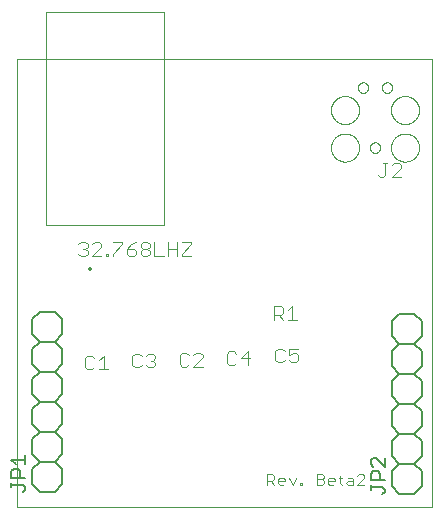
<source format=gto>
G75*
%MOIN*%
%OFA0B0*%
%FSLAX25Y25*%
%IPPOS*%
%LPD*%
%AMOC8*
5,1,8,0,0,1.08239X$1,22.5*
%
%ADD10C,0.00000*%
%ADD11C,0.00300*%
%ADD12C,0.00400*%
%ADD13C,0.00600*%
%ADD14C,0.00500*%
%ADD15C,0.00197*%
%ADD16C,0.01378*%
D10*
X0004867Y0001000D02*
X0004867Y0150331D01*
X0143095Y0150331D01*
X0143095Y0001000D01*
X0004867Y0001000D01*
X0109483Y0120685D02*
X0109485Y0120822D01*
X0109491Y0120958D01*
X0109501Y0121094D01*
X0109515Y0121230D01*
X0109533Y0121366D01*
X0109555Y0121501D01*
X0109580Y0121635D01*
X0109610Y0121768D01*
X0109644Y0121900D01*
X0109681Y0122032D01*
X0109722Y0122162D01*
X0109768Y0122291D01*
X0109816Y0122419D01*
X0109869Y0122545D01*
X0109925Y0122669D01*
X0109985Y0122792D01*
X0110048Y0122913D01*
X0110115Y0123032D01*
X0110185Y0123149D01*
X0110259Y0123265D01*
X0110336Y0123377D01*
X0110416Y0123488D01*
X0110500Y0123596D01*
X0110587Y0123702D01*
X0110676Y0123805D01*
X0110769Y0123905D01*
X0110864Y0124003D01*
X0110963Y0124098D01*
X0111064Y0124190D01*
X0111168Y0124278D01*
X0111274Y0124364D01*
X0111383Y0124447D01*
X0111494Y0124526D01*
X0111607Y0124603D01*
X0111723Y0124676D01*
X0111840Y0124745D01*
X0111960Y0124811D01*
X0112081Y0124873D01*
X0112205Y0124932D01*
X0112330Y0124988D01*
X0112456Y0125039D01*
X0112584Y0125087D01*
X0112713Y0125131D01*
X0112844Y0125172D01*
X0112976Y0125208D01*
X0113108Y0125241D01*
X0113242Y0125269D01*
X0113376Y0125294D01*
X0113511Y0125315D01*
X0113647Y0125332D01*
X0113783Y0125345D01*
X0113919Y0125354D01*
X0114056Y0125359D01*
X0114192Y0125360D01*
X0114329Y0125357D01*
X0114465Y0125350D01*
X0114601Y0125339D01*
X0114737Y0125324D01*
X0114872Y0125305D01*
X0115007Y0125282D01*
X0115141Y0125255D01*
X0115274Y0125225D01*
X0115406Y0125190D01*
X0115538Y0125152D01*
X0115667Y0125110D01*
X0115796Y0125064D01*
X0115923Y0125014D01*
X0116049Y0124960D01*
X0116173Y0124903D01*
X0116296Y0124843D01*
X0116416Y0124778D01*
X0116535Y0124711D01*
X0116651Y0124640D01*
X0116766Y0124565D01*
X0116878Y0124487D01*
X0116988Y0124406D01*
X0117096Y0124322D01*
X0117201Y0124234D01*
X0117303Y0124144D01*
X0117403Y0124051D01*
X0117500Y0123954D01*
X0117594Y0123855D01*
X0117685Y0123754D01*
X0117773Y0123649D01*
X0117858Y0123542D01*
X0117940Y0123433D01*
X0118019Y0123321D01*
X0118094Y0123207D01*
X0118166Y0123091D01*
X0118235Y0122973D01*
X0118300Y0122853D01*
X0118362Y0122731D01*
X0118420Y0122607D01*
X0118474Y0122482D01*
X0118525Y0122355D01*
X0118571Y0122227D01*
X0118615Y0122097D01*
X0118654Y0121966D01*
X0118690Y0121834D01*
X0118721Y0121701D01*
X0118749Y0121568D01*
X0118773Y0121433D01*
X0118793Y0121298D01*
X0118809Y0121162D01*
X0118821Y0121026D01*
X0118829Y0120890D01*
X0118833Y0120753D01*
X0118833Y0120617D01*
X0118829Y0120480D01*
X0118821Y0120344D01*
X0118809Y0120208D01*
X0118793Y0120072D01*
X0118773Y0119937D01*
X0118749Y0119802D01*
X0118721Y0119669D01*
X0118690Y0119536D01*
X0118654Y0119404D01*
X0118615Y0119273D01*
X0118571Y0119143D01*
X0118525Y0119015D01*
X0118474Y0118888D01*
X0118420Y0118763D01*
X0118362Y0118639D01*
X0118300Y0118517D01*
X0118235Y0118397D01*
X0118166Y0118279D01*
X0118094Y0118163D01*
X0118019Y0118049D01*
X0117940Y0117937D01*
X0117858Y0117828D01*
X0117773Y0117721D01*
X0117685Y0117616D01*
X0117594Y0117515D01*
X0117500Y0117416D01*
X0117403Y0117319D01*
X0117303Y0117226D01*
X0117201Y0117136D01*
X0117096Y0117048D01*
X0116988Y0116964D01*
X0116878Y0116883D01*
X0116766Y0116805D01*
X0116651Y0116730D01*
X0116535Y0116659D01*
X0116416Y0116592D01*
X0116296Y0116527D01*
X0116173Y0116467D01*
X0116049Y0116410D01*
X0115923Y0116356D01*
X0115796Y0116306D01*
X0115667Y0116260D01*
X0115538Y0116218D01*
X0115406Y0116180D01*
X0115274Y0116145D01*
X0115141Y0116115D01*
X0115007Y0116088D01*
X0114872Y0116065D01*
X0114737Y0116046D01*
X0114601Y0116031D01*
X0114465Y0116020D01*
X0114329Y0116013D01*
X0114192Y0116010D01*
X0114056Y0116011D01*
X0113919Y0116016D01*
X0113783Y0116025D01*
X0113647Y0116038D01*
X0113511Y0116055D01*
X0113376Y0116076D01*
X0113242Y0116101D01*
X0113108Y0116129D01*
X0112976Y0116162D01*
X0112844Y0116198D01*
X0112713Y0116239D01*
X0112584Y0116283D01*
X0112456Y0116331D01*
X0112330Y0116382D01*
X0112205Y0116438D01*
X0112081Y0116497D01*
X0111960Y0116559D01*
X0111840Y0116625D01*
X0111723Y0116694D01*
X0111607Y0116767D01*
X0111494Y0116844D01*
X0111383Y0116923D01*
X0111274Y0117006D01*
X0111168Y0117092D01*
X0111064Y0117180D01*
X0110963Y0117272D01*
X0110864Y0117367D01*
X0110769Y0117465D01*
X0110676Y0117565D01*
X0110587Y0117668D01*
X0110500Y0117774D01*
X0110416Y0117882D01*
X0110336Y0117993D01*
X0110259Y0118105D01*
X0110185Y0118221D01*
X0110115Y0118338D01*
X0110048Y0118457D01*
X0109985Y0118578D01*
X0109925Y0118701D01*
X0109869Y0118825D01*
X0109816Y0118951D01*
X0109768Y0119079D01*
X0109722Y0119208D01*
X0109681Y0119338D01*
X0109644Y0119470D01*
X0109610Y0119602D01*
X0109580Y0119735D01*
X0109555Y0119869D01*
X0109533Y0120004D01*
X0109515Y0120140D01*
X0109501Y0120276D01*
X0109491Y0120412D01*
X0109485Y0120548D01*
X0109483Y0120685D01*
X0109483Y0133185D02*
X0109485Y0133322D01*
X0109491Y0133458D01*
X0109501Y0133594D01*
X0109515Y0133730D01*
X0109533Y0133866D01*
X0109555Y0134001D01*
X0109580Y0134135D01*
X0109610Y0134268D01*
X0109644Y0134400D01*
X0109681Y0134532D01*
X0109722Y0134662D01*
X0109768Y0134791D01*
X0109816Y0134919D01*
X0109869Y0135045D01*
X0109925Y0135169D01*
X0109985Y0135292D01*
X0110048Y0135413D01*
X0110115Y0135532D01*
X0110185Y0135649D01*
X0110259Y0135765D01*
X0110336Y0135877D01*
X0110416Y0135988D01*
X0110500Y0136096D01*
X0110587Y0136202D01*
X0110676Y0136305D01*
X0110769Y0136405D01*
X0110864Y0136503D01*
X0110963Y0136598D01*
X0111064Y0136690D01*
X0111168Y0136778D01*
X0111274Y0136864D01*
X0111383Y0136947D01*
X0111494Y0137026D01*
X0111607Y0137103D01*
X0111723Y0137176D01*
X0111840Y0137245D01*
X0111960Y0137311D01*
X0112081Y0137373D01*
X0112205Y0137432D01*
X0112330Y0137488D01*
X0112456Y0137539D01*
X0112584Y0137587D01*
X0112713Y0137631D01*
X0112844Y0137672D01*
X0112976Y0137708D01*
X0113108Y0137741D01*
X0113242Y0137769D01*
X0113376Y0137794D01*
X0113511Y0137815D01*
X0113647Y0137832D01*
X0113783Y0137845D01*
X0113919Y0137854D01*
X0114056Y0137859D01*
X0114192Y0137860D01*
X0114329Y0137857D01*
X0114465Y0137850D01*
X0114601Y0137839D01*
X0114737Y0137824D01*
X0114872Y0137805D01*
X0115007Y0137782D01*
X0115141Y0137755D01*
X0115274Y0137725D01*
X0115406Y0137690D01*
X0115538Y0137652D01*
X0115667Y0137610D01*
X0115796Y0137564D01*
X0115923Y0137514D01*
X0116049Y0137460D01*
X0116173Y0137403D01*
X0116296Y0137343D01*
X0116416Y0137278D01*
X0116535Y0137211D01*
X0116651Y0137140D01*
X0116766Y0137065D01*
X0116878Y0136987D01*
X0116988Y0136906D01*
X0117096Y0136822D01*
X0117201Y0136734D01*
X0117303Y0136644D01*
X0117403Y0136551D01*
X0117500Y0136454D01*
X0117594Y0136355D01*
X0117685Y0136254D01*
X0117773Y0136149D01*
X0117858Y0136042D01*
X0117940Y0135933D01*
X0118019Y0135821D01*
X0118094Y0135707D01*
X0118166Y0135591D01*
X0118235Y0135473D01*
X0118300Y0135353D01*
X0118362Y0135231D01*
X0118420Y0135107D01*
X0118474Y0134982D01*
X0118525Y0134855D01*
X0118571Y0134727D01*
X0118615Y0134597D01*
X0118654Y0134466D01*
X0118690Y0134334D01*
X0118721Y0134201D01*
X0118749Y0134068D01*
X0118773Y0133933D01*
X0118793Y0133798D01*
X0118809Y0133662D01*
X0118821Y0133526D01*
X0118829Y0133390D01*
X0118833Y0133253D01*
X0118833Y0133117D01*
X0118829Y0132980D01*
X0118821Y0132844D01*
X0118809Y0132708D01*
X0118793Y0132572D01*
X0118773Y0132437D01*
X0118749Y0132302D01*
X0118721Y0132169D01*
X0118690Y0132036D01*
X0118654Y0131904D01*
X0118615Y0131773D01*
X0118571Y0131643D01*
X0118525Y0131515D01*
X0118474Y0131388D01*
X0118420Y0131263D01*
X0118362Y0131139D01*
X0118300Y0131017D01*
X0118235Y0130897D01*
X0118166Y0130779D01*
X0118094Y0130663D01*
X0118019Y0130549D01*
X0117940Y0130437D01*
X0117858Y0130328D01*
X0117773Y0130221D01*
X0117685Y0130116D01*
X0117594Y0130015D01*
X0117500Y0129916D01*
X0117403Y0129819D01*
X0117303Y0129726D01*
X0117201Y0129636D01*
X0117096Y0129548D01*
X0116988Y0129464D01*
X0116878Y0129383D01*
X0116766Y0129305D01*
X0116651Y0129230D01*
X0116535Y0129159D01*
X0116416Y0129092D01*
X0116296Y0129027D01*
X0116173Y0128967D01*
X0116049Y0128910D01*
X0115923Y0128856D01*
X0115796Y0128806D01*
X0115667Y0128760D01*
X0115538Y0128718D01*
X0115406Y0128680D01*
X0115274Y0128645D01*
X0115141Y0128615D01*
X0115007Y0128588D01*
X0114872Y0128565D01*
X0114737Y0128546D01*
X0114601Y0128531D01*
X0114465Y0128520D01*
X0114329Y0128513D01*
X0114192Y0128510D01*
X0114056Y0128511D01*
X0113919Y0128516D01*
X0113783Y0128525D01*
X0113647Y0128538D01*
X0113511Y0128555D01*
X0113376Y0128576D01*
X0113242Y0128601D01*
X0113108Y0128629D01*
X0112976Y0128662D01*
X0112844Y0128698D01*
X0112713Y0128739D01*
X0112584Y0128783D01*
X0112456Y0128831D01*
X0112330Y0128882D01*
X0112205Y0128938D01*
X0112081Y0128997D01*
X0111960Y0129059D01*
X0111840Y0129125D01*
X0111723Y0129194D01*
X0111607Y0129267D01*
X0111494Y0129344D01*
X0111383Y0129423D01*
X0111274Y0129506D01*
X0111168Y0129592D01*
X0111064Y0129680D01*
X0110963Y0129772D01*
X0110864Y0129867D01*
X0110769Y0129965D01*
X0110676Y0130065D01*
X0110587Y0130168D01*
X0110500Y0130274D01*
X0110416Y0130382D01*
X0110336Y0130493D01*
X0110259Y0130605D01*
X0110185Y0130721D01*
X0110115Y0130838D01*
X0110048Y0130957D01*
X0109985Y0131078D01*
X0109925Y0131201D01*
X0109869Y0131325D01*
X0109816Y0131451D01*
X0109768Y0131579D01*
X0109722Y0131708D01*
X0109681Y0131838D01*
X0109644Y0131970D01*
X0109610Y0132102D01*
X0109580Y0132235D01*
X0109555Y0132369D01*
X0109533Y0132504D01*
X0109515Y0132640D01*
X0109501Y0132776D01*
X0109491Y0132912D01*
X0109485Y0133048D01*
X0109483Y0133185D01*
X0118408Y0140685D02*
X0118410Y0140768D01*
X0118416Y0140851D01*
X0118426Y0140934D01*
X0118440Y0141016D01*
X0118457Y0141098D01*
X0118479Y0141178D01*
X0118504Y0141257D01*
X0118533Y0141335D01*
X0118566Y0141412D01*
X0118603Y0141487D01*
X0118642Y0141560D01*
X0118686Y0141631D01*
X0118732Y0141700D01*
X0118782Y0141767D01*
X0118835Y0141831D01*
X0118891Y0141893D01*
X0118950Y0141952D01*
X0119012Y0142008D01*
X0119076Y0142061D01*
X0119143Y0142111D01*
X0119212Y0142157D01*
X0119283Y0142201D01*
X0119356Y0142240D01*
X0119431Y0142277D01*
X0119508Y0142310D01*
X0119586Y0142339D01*
X0119665Y0142364D01*
X0119745Y0142386D01*
X0119827Y0142403D01*
X0119909Y0142417D01*
X0119992Y0142427D01*
X0120075Y0142433D01*
X0120158Y0142435D01*
X0120241Y0142433D01*
X0120324Y0142427D01*
X0120407Y0142417D01*
X0120489Y0142403D01*
X0120571Y0142386D01*
X0120651Y0142364D01*
X0120730Y0142339D01*
X0120808Y0142310D01*
X0120885Y0142277D01*
X0120960Y0142240D01*
X0121033Y0142201D01*
X0121104Y0142157D01*
X0121173Y0142111D01*
X0121240Y0142061D01*
X0121304Y0142008D01*
X0121366Y0141952D01*
X0121425Y0141893D01*
X0121481Y0141831D01*
X0121534Y0141767D01*
X0121584Y0141700D01*
X0121630Y0141631D01*
X0121674Y0141560D01*
X0121713Y0141487D01*
X0121750Y0141412D01*
X0121783Y0141335D01*
X0121812Y0141257D01*
X0121837Y0141178D01*
X0121859Y0141098D01*
X0121876Y0141016D01*
X0121890Y0140934D01*
X0121900Y0140851D01*
X0121906Y0140768D01*
X0121908Y0140685D01*
X0121906Y0140602D01*
X0121900Y0140519D01*
X0121890Y0140436D01*
X0121876Y0140354D01*
X0121859Y0140272D01*
X0121837Y0140192D01*
X0121812Y0140113D01*
X0121783Y0140035D01*
X0121750Y0139958D01*
X0121713Y0139883D01*
X0121674Y0139810D01*
X0121630Y0139739D01*
X0121584Y0139670D01*
X0121534Y0139603D01*
X0121481Y0139539D01*
X0121425Y0139477D01*
X0121366Y0139418D01*
X0121304Y0139362D01*
X0121240Y0139309D01*
X0121173Y0139259D01*
X0121104Y0139213D01*
X0121033Y0139169D01*
X0120960Y0139130D01*
X0120885Y0139093D01*
X0120808Y0139060D01*
X0120730Y0139031D01*
X0120651Y0139006D01*
X0120571Y0138984D01*
X0120489Y0138967D01*
X0120407Y0138953D01*
X0120324Y0138943D01*
X0120241Y0138937D01*
X0120158Y0138935D01*
X0120075Y0138937D01*
X0119992Y0138943D01*
X0119909Y0138953D01*
X0119827Y0138967D01*
X0119745Y0138984D01*
X0119665Y0139006D01*
X0119586Y0139031D01*
X0119508Y0139060D01*
X0119431Y0139093D01*
X0119356Y0139130D01*
X0119283Y0139169D01*
X0119212Y0139213D01*
X0119143Y0139259D01*
X0119076Y0139309D01*
X0119012Y0139362D01*
X0118950Y0139418D01*
X0118891Y0139477D01*
X0118835Y0139539D01*
X0118782Y0139603D01*
X0118732Y0139670D01*
X0118686Y0139739D01*
X0118642Y0139810D01*
X0118603Y0139883D01*
X0118566Y0139958D01*
X0118533Y0140035D01*
X0118504Y0140113D01*
X0118479Y0140192D01*
X0118457Y0140272D01*
X0118440Y0140354D01*
X0118426Y0140436D01*
X0118416Y0140519D01*
X0118410Y0140602D01*
X0118408Y0140685D01*
X0126408Y0140685D02*
X0126410Y0140768D01*
X0126416Y0140851D01*
X0126426Y0140934D01*
X0126440Y0141016D01*
X0126457Y0141098D01*
X0126479Y0141178D01*
X0126504Y0141257D01*
X0126533Y0141335D01*
X0126566Y0141412D01*
X0126603Y0141487D01*
X0126642Y0141560D01*
X0126686Y0141631D01*
X0126732Y0141700D01*
X0126782Y0141767D01*
X0126835Y0141831D01*
X0126891Y0141893D01*
X0126950Y0141952D01*
X0127012Y0142008D01*
X0127076Y0142061D01*
X0127143Y0142111D01*
X0127212Y0142157D01*
X0127283Y0142201D01*
X0127356Y0142240D01*
X0127431Y0142277D01*
X0127508Y0142310D01*
X0127586Y0142339D01*
X0127665Y0142364D01*
X0127745Y0142386D01*
X0127827Y0142403D01*
X0127909Y0142417D01*
X0127992Y0142427D01*
X0128075Y0142433D01*
X0128158Y0142435D01*
X0128241Y0142433D01*
X0128324Y0142427D01*
X0128407Y0142417D01*
X0128489Y0142403D01*
X0128571Y0142386D01*
X0128651Y0142364D01*
X0128730Y0142339D01*
X0128808Y0142310D01*
X0128885Y0142277D01*
X0128960Y0142240D01*
X0129033Y0142201D01*
X0129104Y0142157D01*
X0129173Y0142111D01*
X0129240Y0142061D01*
X0129304Y0142008D01*
X0129366Y0141952D01*
X0129425Y0141893D01*
X0129481Y0141831D01*
X0129534Y0141767D01*
X0129584Y0141700D01*
X0129630Y0141631D01*
X0129674Y0141560D01*
X0129713Y0141487D01*
X0129750Y0141412D01*
X0129783Y0141335D01*
X0129812Y0141257D01*
X0129837Y0141178D01*
X0129859Y0141098D01*
X0129876Y0141016D01*
X0129890Y0140934D01*
X0129900Y0140851D01*
X0129906Y0140768D01*
X0129908Y0140685D01*
X0129906Y0140602D01*
X0129900Y0140519D01*
X0129890Y0140436D01*
X0129876Y0140354D01*
X0129859Y0140272D01*
X0129837Y0140192D01*
X0129812Y0140113D01*
X0129783Y0140035D01*
X0129750Y0139958D01*
X0129713Y0139883D01*
X0129674Y0139810D01*
X0129630Y0139739D01*
X0129584Y0139670D01*
X0129534Y0139603D01*
X0129481Y0139539D01*
X0129425Y0139477D01*
X0129366Y0139418D01*
X0129304Y0139362D01*
X0129240Y0139309D01*
X0129173Y0139259D01*
X0129104Y0139213D01*
X0129033Y0139169D01*
X0128960Y0139130D01*
X0128885Y0139093D01*
X0128808Y0139060D01*
X0128730Y0139031D01*
X0128651Y0139006D01*
X0128571Y0138984D01*
X0128489Y0138967D01*
X0128407Y0138953D01*
X0128324Y0138943D01*
X0128241Y0138937D01*
X0128158Y0138935D01*
X0128075Y0138937D01*
X0127992Y0138943D01*
X0127909Y0138953D01*
X0127827Y0138967D01*
X0127745Y0138984D01*
X0127665Y0139006D01*
X0127586Y0139031D01*
X0127508Y0139060D01*
X0127431Y0139093D01*
X0127356Y0139130D01*
X0127283Y0139169D01*
X0127212Y0139213D01*
X0127143Y0139259D01*
X0127076Y0139309D01*
X0127012Y0139362D01*
X0126950Y0139418D01*
X0126891Y0139477D01*
X0126835Y0139539D01*
X0126782Y0139603D01*
X0126732Y0139670D01*
X0126686Y0139739D01*
X0126642Y0139810D01*
X0126603Y0139883D01*
X0126566Y0139958D01*
X0126533Y0140035D01*
X0126504Y0140113D01*
X0126479Y0140192D01*
X0126457Y0140272D01*
X0126440Y0140354D01*
X0126426Y0140436D01*
X0126416Y0140519D01*
X0126410Y0140602D01*
X0126408Y0140685D01*
X0129483Y0133185D02*
X0129485Y0133322D01*
X0129491Y0133458D01*
X0129501Y0133594D01*
X0129515Y0133730D01*
X0129533Y0133866D01*
X0129555Y0134001D01*
X0129580Y0134135D01*
X0129610Y0134268D01*
X0129644Y0134400D01*
X0129681Y0134532D01*
X0129722Y0134662D01*
X0129768Y0134791D01*
X0129816Y0134919D01*
X0129869Y0135045D01*
X0129925Y0135169D01*
X0129985Y0135292D01*
X0130048Y0135413D01*
X0130115Y0135532D01*
X0130185Y0135649D01*
X0130259Y0135765D01*
X0130336Y0135877D01*
X0130416Y0135988D01*
X0130500Y0136096D01*
X0130587Y0136202D01*
X0130676Y0136305D01*
X0130769Y0136405D01*
X0130864Y0136503D01*
X0130963Y0136598D01*
X0131064Y0136690D01*
X0131168Y0136778D01*
X0131274Y0136864D01*
X0131383Y0136947D01*
X0131494Y0137026D01*
X0131607Y0137103D01*
X0131723Y0137176D01*
X0131840Y0137245D01*
X0131960Y0137311D01*
X0132081Y0137373D01*
X0132205Y0137432D01*
X0132330Y0137488D01*
X0132456Y0137539D01*
X0132584Y0137587D01*
X0132713Y0137631D01*
X0132844Y0137672D01*
X0132976Y0137708D01*
X0133108Y0137741D01*
X0133242Y0137769D01*
X0133376Y0137794D01*
X0133511Y0137815D01*
X0133647Y0137832D01*
X0133783Y0137845D01*
X0133919Y0137854D01*
X0134056Y0137859D01*
X0134192Y0137860D01*
X0134329Y0137857D01*
X0134465Y0137850D01*
X0134601Y0137839D01*
X0134737Y0137824D01*
X0134872Y0137805D01*
X0135007Y0137782D01*
X0135141Y0137755D01*
X0135274Y0137725D01*
X0135406Y0137690D01*
X0135538Y0137652D01*
X0135667Y0137610D01*
X0135796Y0137564D01*
X0135923Y0137514D01*
X0136049Y0137460D01*
X0136173Y0137403D01*
X0136296Y0137343D01*
X0136416Y0137278D01*
X0136535Y0137211D01*
X0136651Y0137140D01*
X0136766Y0137065D01*
X0136878Y0136987D01*
X0136988Y0136906D01*
X0137096Y0136822D01*
X0137201Y0136734D01*
X0137303Y0136644D01*
X0137403Y0136551D01*
X0137500Y0136454D01*
X0137594Y0136355D01*
X0137685Y0136254D01*
X0137773Y0136149D01*
X0137858Y0136042D01*
X0137940Y0135933D01*
X0138019Y0135821D01*
X0138094Y0135707D01*
X0138166Y0135591D01*
X0138235Y0135473D01*
X0138300Y0135353D01*
X0138362Y0135231D01*
X0138420Y0135107D01*
X0138474Y0134982D01*
X0138525Y0134855D01*
X0138571Y0134727D01*
X0138615Y0134597D01*
X0138654Y0134466D01*
X0138690Y0134334D01*
X0138721Y0134201D01*
X0138749Y0134068D01*
X0138773Y0133933D01*
X0138793Y0133798D01*
X0138809Y0133662D01*
X0138821Y0133526D01*
X0138829Y0133390D01*
X0138833Y0133253D01*
X0138833Y0133117D01*
X0138829Y0132980D01*
X0138821Y0132844D01*
X0138809Y0132708D01*
X0138793Y0132572D01*
X0138773Y0132437D01*
X0138749Y0132302D01*
X0138721Y0132169D01*
X0138690Y0132036D01*
X0138654Y0131904D01*
X0138615Y0131773D01*
X0138571Y0131643D01*
X0138525Y0131515D01*
X0138474Y0131388D01*
X0138420Y0131263D01*
X0138362Y0131139D01*
X0138300Y0131017D01*
X0138235Y0130897D01*
X0138166Y0130779D01*
X0138094Y0130663D01*
X0138019Y0130549D01*
X0137940Y0130437D01*
X0137858Y0130328D01*
X0137773Y0130221D01*
X0137685Y0130116D01*
X0137594Y0130015D01*
X0137500Y0129916D01*
X0137403Y0129819D01*
X0137303Y0129726D01*
X0137201Y0129636D01*
X0137096Y0129548D01*
X0136988Y0129464D01*
X0136878Y0129383D01*
X0136766Y0129305D01*
X0136651Y0129230D01*
X0136535Y0129159D01*
X0136416Y0129092D01*
X0136296Y0129027D01*
X0136173Y0128967D01*
X0136049Y0128910D01*
X0135923Y0128856D01*
X0135796Y0128806D01*
X0135667Y0128760D01*
X0135538Y0128718D01*
X0135406Y0128680D01*
X0135274Y0128645D01*
X0135141Y0128615D01*
X0135007Y0128588D01*
X0134872Y0128565D01*
X0134737Y0128546D01*
X0134601Y0128531D01*
X0134465Y0128520D01*
X0134329Y0128513D01*
X0134192Y0128510D01*
X0134056Y0128511D01*
X0133919Y0128516D01*
X0133783Y0128525D01*
X0133647Y0128538D01*
X0133511Y0128555D01*
X0133376Y0128576D01*
X0133242Y0128601D01*
X0133108Y0128629D01*
X0132976Y0128662D01*
X0132844Y0128698D01*
X0132713Y0128739D01*
X0132584Y0128783D01*
X0132456Y0128831D01*
X0132330Y0128882D01*
X0132205Y0128938D01*
X0132081Y0128997D01*
X0131960Y0129059D01*
X0131840Y0129125D01*
X0131723Y0129194D01*
X0131607Y0129267D01*
X0131494Y0129344D01*
X0131383Y0129423D01*
X0131274Y0129506D01*
X0131168Y0129592D01*
X0131064Y0129680D01*
X0130963Y0129772D01*
X0130864Y0129867D01*
X0130769Y0129965D01*
X0130676Y0130065D01*
X0130587Y0130168D01*
X0130500Y0130274D01*
X0130416Y0130382D01*
X0130336Y0130493D01*
X0130259Y0130605D01*
X0130185Y0130721D01*
X0130115Y0130838D01*
X0130048Y0130957D01*
X0129985Y0131078D01*
X0129925Y0131201D01*
X0129869Y0131325D01*
X0129816Y0131451D01*
X0129768Y0131579D01*
X0129722Y0131708D01*
X0129681Y0131838D01*
X0129644Y0131970D01*
X0129610Y0132102D01*
X0129580Y0132235D01*
X0129555Y0132369D01*
X0129533Y0132504D01*
X0129515Y0132640D01*
X0129501Y0132776D01*
X0129491Y0132912D01*
X0129485Y0133048D01*
X0129483Y0133185D01*
X0129483Y0120685D02*
X0129485Y0120822D01*
X0129491Y0120958D01*
X0129501Y0121094D01*
X0129515Y0121230D01*
X0129533Y0121366D01*
X0129555Y0121501D01*
X0129580Y0121635D01*
X0129610Y0121768D01*
X0129644Y0121900D01*
X0129681Y0122032D01*
X0129722Y0122162D01*
X0129768Y0122291D01*
X0129816Y0122419D01*
X0129869Y0122545D01*
X0129925Y0122669D01*
X0129985Y0122792D01*
X0130048Y0122913D01*
X0130115Y0123032D01*
X0130185Y0123149D01*
X0130259Y0123265D01*
X0130336Y0123377D01*
X0130416Y0123488D01*
X0130500Y0123596D01*
X0130587Y0123702D01*
X0130676Y0123805D01*
X0130769Y0123905D01*
X0130864Y0124003D01*
X0130963Y0124098D01*
X0131064Y0124190D01*
X0131168Y0124278D01*
X0131274Y0124364D01*
X0131383Y0124447D01*
X0131494Y0124526D01*
X0131607Y0124603D01*
X0131723Y0124676D01*
X0131840Y0124745D01*
X0131960Y0124811D01*
X0132081Y0124873D01*
X0132205Y0124932D01*
X0132330Y0124988D01*
X0132456Y0125039D01*
X0132584Y0125087D01*
X0132713Y0125131D01*
X0132844Y0125172D01*
X0132976Y0125208D01*
X0133108Y0125241D01*
X0133242Y0125269D01*
X0133376Y0125294D01*
X0133511Y0125315D01*
X0133647Y0125332D01*
X0133783Y0125345D01*
X0133919Y0125354D01*
X0134056Y0125359D01*
X0134192Y0125360D01*
X0134329Y0125357D01*
X0134465Y0125350D01*
X0134601Y0125339D01*
X0134737Y0125324D01*
X0134872Y0125305D01*
X0135007Y0125282D01*
X0135141Y0125255D01*
X0135274Y0125225D01*
X0135406Y0125190D01*
X0135538Y0125152D01*
X0135667Y0125110D01*
X0135796Y0125064D01*
X0135923Y0125014D01*
X0136049Y0124960D01*
X0136173Y0124903D01*
X0136296Y0124843D01*
X0136416Y0124778D01*
X0136535Y0124711D01*
X0136651Y0124640D01*
X0136766Y0124565D01*
X0136878Y0124487D01*
X0136988Y0124406D01*
X0137096Y0124322D01*
X0137201Y0124234D01*
X0137303Y0124144D01*
X0137403Y0124051D01*
X0137500Y0123954D01*
X0137594Y0123855D01*
X0137685Y0123754D01*
X0137773Y0123649D01*
X0137858Y0123542D01*
X0137940Y0123433D01*
X0138019Y0123321D01*
X0138094Y0123207D01*
X0138166Y0123091D01*
X0138235Y0122973D01*
X0138300Y0122853D01*
X0138362Y0122731D01*
X0138420Y0122607D01*
X0138474Y0122482D01*
X0138525Y0122355D01*
X0138571Y0122227D01*
X0138615Y0122097D01*
X0138654Y0121966D01*
X0138690Y0121834D01*
X0138721Y0121701D01*
X0138749Y0121568D01*
X0138773Y0121433D01*
X0138793Y0121298D01*
X0138809Y0121162D01*
X0138821Y0121026D01*
X0138829Y0120890D01*
X0138833Y0120753D01*
X0138833Y0120617D01*
X0138829Y0120480D01*
X0138821Y0120344D01*
X0138809Y0120208D01*
X0138793Y0120072D01*
X0138773Y0119937D01*
X0138749Y0119802D01*
X0138721Y0119669D01*
X0138690Y0119536D01*
X0138654Y0119404D01*
X0138615Y0119273D01*
X0138571Y0119143D01*
X0138525Y0119015D01*
X0138474Y0118888D01*
X0138420Y0118763D01*
X0138362Y0118639D01*
X0138300Y0118517D01*
X0138235Y0118397D01*
X0138166Y0118279D01*
X0138094Y0118163D01*
X0138019Y0118049D01*
X0137940Y0117937D01*
X0137858Y0117828D01*
X0137773Y0117721D01*
X0137685Y0117616D01*
X0137594Y0117515D01*
X0137500Y0117416D01*
X0137403Y0117319D01*
X0137303Y0117226D01*
X0137201Y0117136D01*
X0137096Y0117048D01*
X0136988Y0116964D01*
X0136878Y0116883D01*
X0136766Y0116805D01*
X0136651Y0116730D01*
X0136535Y0116659D01*
X0136416Y0116592D01*
X0136296Y0116527D01*
X0136173Y0116467D01*
X0136049Y0116410D01*
X0135923Y0116356D01*
X0135796Y0116306D01*
X0135667Y0116260D01*
X0135538Y0116218D01*
X0135406Y0116180D01*
X0135274Y0116145D01*
X0135141Y0116115D01*
X0135007Y0116088D01*
X0134872Y0116065D01*
X0134737Y0116046D01*
X0134601Y0116031D01*
X0134465Y0116020D01*
X0134329Y0116013D01*
X0134192Y0116010D01*
X0134056Y0116011D01*
X0133919Y0116016D01*
X0133783Y0116025D01*
X0133647Y0116038D01*
X0133511Y0116055D01*
X0133376Y0116076D01*
X0133242Y0116101D01*
X0133108Y0116129D01*
X0132976Y0116162D01*
X0132844Y0116198D01*
X0132713Y0116239D01*
X0132584Y0116283D01*
X0132456Y0116331D01*
X0132330Y0116382D01*
X0132205Y0116438D01*
X0132081Y0116497D01*
X0131960Y0116559D01*
X0131840Y0116625D01*
X0131723Y0116694D01*
X0131607Y0116767D01*
X0131494Y0116844D01*
X0131383Y0116923D01*
X0131274Y0117006D01*
X0131168Y0117092D01*
X0131064Y0117180D01*
X0130963Y0117272D01*
X0130864Y0117367D01*
X0130769Y0117465D01*
X0130676Y0117565D01*
X0130587Y0117668D01*
X0130500Y0117774D01*
X0130416Y0117882D01*
X0130336Y0117993D01*
X0130259Y0118105D01*
X0130185Y0118221D01*
X0130115Y0118338D01*
X0130048Y0118457D01*
X0129985Y0118578D01*
X0129925Y0118701D01*
X0129869Y0118825D01*
X0129816Y0118951D01*
X0129768Y0119079D01*
X0129722Y0119208D01*
X0129681Y0119338D01*
X0129644Y0119470D01*
X0129610Y0119602D01*
X0129580Y0119735D01*
X0129555Y0119869D01*
X0129533Y0120004D01*
X0129515Y0120140D01*
X0129501Y0120276D01*
X0129491Y0120412D01*
X0129485Y0120548D01*
X0129483Y0120685D01*
X0122408Y0120685D02*
X0122410Y0120768D01*
X0122416Y0120851D01*
X0122426Y0120934D01*
X0122440Y0121016D01*
X0122457Y0121098D01*
X0122479Y0121178D01*
X0122504Y0121257D01*
X0122533Y0121335D01*
X0122566Y0121412D01*
X0122603Y0121487D01*
X0122642Y0121560D01*
X0122686Y0121631D01*
X0122732Y0121700D01*
X0122782Y0121767D01*
X0122835Y0121831D01*
X0122891Y0121893D01*
X0122950Y0121952D01*
X0123012Y0122008D01*
X0123076Y0122061D01*
X0123143Y0122111D01*
X0123212Y0122157D01*
X0123283Y0122201D01*
X0123356Y0122240D01*
X0123431Y0122277D01*
X0123508Y0122310D01*
X0123586Y0122339D01*
X0123665Y0122364D01*
X0123745Y0122386D01*
X0123827Y0122403D01*
X0123909Y0122417D01*
X0123992Y0122427D01*
X0124075Y0122433D01*
X0124158Y0122435D01*
X0124241Y0122433D01*
X0124324Y0122427D01*
X0124407Y0122417D01*
X0124489Y0122403D01*
X0124571Y0122386D01*
X0124651Y0122364D01*
X0124730Y0122339D01*
X0124808Y0122310D01*
X0124885Y0122277D01*
X0124960Y0122240D01*
X0125033Y0122201D01*
X0125104Y0122157D01*
X0125173Y0122111D01*
X0125240Y0122061D01*
X0125304Y0122008D01*
X0125366Y0121952D01*
X0125425Y0121893D01*
X0125481Y0121831D01*
X0125534Y0121767D01*
X0125584Y0121700D01*
X0125630Y0121631D01*
X0125674Y0121560D01*
X0125713Y0121487D01*
X0125750Y0121412D01*
X0125783Y0121335D01*
X0125812Y0121257D01*
X0125837Y0121178D01*
X0125859Y0121098D01*
X0125876Y0121016D01*
X0125890Y0120934D01*
X0125900Y0120851D01*
X0125906Y0120768D01*
X0125908Y0120685D01*
X0125906Y0120602D01*
X0125900Y0120519D01*
X0125890Y0120436D01*
X0125876Y0120354D01*
X0125859Y0120272D01*
X0125837Y0120192D01*
X0125812Y0120113D01*
X0125783Y0120035D01*
X0125750Y0119958D01*
X0125713Y0119883D01*
X0125674Y0119810D01*
X0125630Y0119739D01*
X0125584Y0119670D01*
X0125534Y0119603D01*
X0125481Y0119539D01*
X0125425Y0119477D01*
X0125366Y0119418D01*
X0125304Y0119362D01*
X0125240Y0119309D01*
X0125173Y0119259D01*
X0125104Y0119213D01*
X0125033Y0119169D01*
X0124960Y0119130D01*
X0124885Y0119093D01*
X0124808Y0119060D01*
X0124730Y0119031D01*
X0124651Y0119006D01*
X0124571Y0118984D01*
X0124489Y0118967D01*
X0124407Y0118953D01*
X0124324Y0118943D01*
X0124241Y0118937D01*
X0124158Y0118935D01*
X0124075Y0118937D01*
X0123992Y0118943D01*
X0123909Y0118953D01*
X0123827Y0118967D01*
X0123745Y0118984D01*
X0123665Y0119006D01*
X0123586Y0119031D01*
X0123508Y0119060D01*
X0123431Y0119093D01*
X0123356Y0119130D01*
X0123283Y0119169D01*
X0123212Y0119213D01*
X0123143Y0119259D01*
X0123076Y0119309D01*
X0123012Y0119362D01*
X0122950Y0119418D01*
X0122891Y0119477D01*
X0122835Y0119539D01*
X0122782Y0119603D01*
X0122732Y0119670D01*
X0122686Y0119739D01*
X0122642Y0119810D01*
X0122603Y0119883D01*
X0122566Y0119958D01*
X0122533Y0120035D01*
X0122504Y0120113D01*
X0122479Y0120192D01*
X0122457Y0120272D01*
X0122440Y0120354D01*
X0122426Y0120436D01*
X0122416Y0120519D01*
X0122410Y0120602D01*
X0122408Y0120685D01*
D11*
X0120018Y0011940D02*
X0118784Y0011940D01*
X0118167Y0011323D01*
X0116952Y0010088D02*
X0116952Y0008237D01*
X0115101Y0008237D01*
X0114483Y0008854D01*
X0115101Y0009471D01*
X0116952Y0009471D01*
X0116952Y0010088D02*
X0116335Y0010705D01*
X0115101Y0010705D01*
X0113262Y0010705D02*
X0112028Y0010705D01*
X0112645Y0011323D02*
X0112645Y0008854D01*
X0113262Y0008237D01*
X0110814Y0009471D02*
X0110814Y0010088D01*
X0110196Y0010705D01*
X0108962Y0010705D01*
X0108345Y0010088D01*
X0108345Y0008854D01*
X0108962Y0008237D01*
X0110196Y0008237D01*
X0110814Y0009471D02*
X0108345Y0009471D01*
X0107130Y0009471D02*
X0107130Y0008854D01*
X0106513Y0008237D01*
X0104662Y0008237D01*
X0104662Y0011940D01*
X0106513Y0011940D01*
X0107130Y0011323D01*
X0107130Y0010705D01*
X0106513Y0010088D01*
X0104662Y0010088D01*
X0106513Y0010088D02*
X0107130Y0009471D01*
X0099754Y0008854D02*
X0099754Y0008237D01*
X0099137Y0008237D01*
X0099137Y0008854D01*
X0099754Y0008854D01*
X0097923Y0010705D02*
X0096688Y0008237D01*
X0095454Y0010705D01*
X0094239Y0010088D02*
X0094239Y0009471D01*
X0091771Y0009471D01*
X0091771Y0008854D02*
X0091771Y0010088D01*
X0092388Y0010705D01*
X0093622Y0010705D01*
X0094239Y0010088D01*
X0093622Y0008237D02*
X0092388Y0008237D01*
X0091771Y0008854D01*
X0090556Y0008237D02*
X0089322Y0009471D01*
X0089939Y0009471D02*
X0088088Y0009471D01*
X0088088Y0008237D02*
X0088088Y0011940D01*
X0089939Y0011940D01*
X0090556Y0011323D01*
X0090556Y0010088D01*
X0089939Y0009471D01*
X0118167Y0008237D02*
X0120635Y0010705D01*
X0120635Y0011323D01*
X0120018Y0011940D01*
X0120635Y0008237D02*
X0118167Y0008237D01*
D12*
X0097843Y0049082D02*
X0096308Y0049082D01*
X0095541Y0049849D01*
X0095541Y0051384D02*
X0097075Y0052151D01*
X0097843Y0052151D01*
X0098610Y0051384D01*
X0098610Y0049849D01*
X0097843Y0049082D01*
X0095541Y0051384D02*
X0095541Y0053686D01*
X0098610Y0053686D01*
X0094006Y0052918D02*
X0093239Y0053686D01*
X0091704Y0053686D01*
X0090937Y0052918D01*
X0090937Y0049849D01*
X0091704Y0049082D01*
X0093239Y0049082D01*
X0094006Y0049849D01*
X0082429Y0050439D02*
X0079360Y0050439D01*
X0081662Y0052741D01*
X0081662Y0048137D01*
X0077825Y0048904D02*
X0077058Y0048137D01*
X0075523Y0048137D01*
X0074756Y0048904D01*
X0074756Y0051974D01*
X0075523Y0052741D01*
X0077058Y0052741D01*
X0077825Y0051974D01*
X0066681Y0051541D02*
X0065913Y0052308D01*
X0064379Y0052308D01*
X0063612Y0051541D01*
X0062077Y0051541D02*
X0061310Y0052308D01*
X0059775Y0052308D01*
X0059008Y0051541D01*
X0059008Y0048471D01*
X0059775Y0047704D01*
X0061310Y0047704D01*
X0062077Y0048471D01*
X0063612Y0047704D02*
X0066681Y0050773D01*
X0066681Y0051541D01*
X0066681Y0047704D02*
X0063612Y0047704D01*
X0050933Y0048156D02*
X0050165Y0047389D01*
X0048631Y0047389D01*
X0047863Y0048156D01*
X0046329Y0048156D02*
X0045562Y0047389D01*
X0044027Y0047389D01*
X0043260Y0048156D01*
X0043260Y0051226D01*
X0044027Y0051993D01*
X0045562Y0051993D01*
X0046329Y0051226D01*
X0047863Y0051226D02*
X0048631Y0051993D01*
X0050165Y0051993D01*
X0050933Y0051226D01*
X0050933Y0050458D01*
X0050165Y0049691D01*
X0050933Y0048924D01*
X0050933Y0048156D01*
X0050165Y0049691D02*
X0049398Y0049691D01*
X0035185Y0046759D02*
X0032115Y0046759D01*
X0033650Y0046759D02*
X0033650Y0051363D01*
X0032115Y0049828D01*
X0030581Y0050596D02*
X0029813Y0051363D01*
X0028279Y0051363D01*
X0027512Y0050596D01*
X0027512Y0047526D01*
X0028279Y0046759D01*
X0029813Y0046759D01*
X0030581Y0047526D01*
X0029887Y0084606D02*
X0032956Y0087675D01*
X0032956Y0088442D01*
X0032189Y0089209D01*
X0030654Y0089209D01*
X0029887Y0088442D01*
X0028352Y0088442D02*
X0027585Y0089209D01*
X0026051Y0089209D01*
X0025283Y0088442D01*
X0026818Y0086907D02*
X0027585Y0086907D01*
X0028352Y0086140D01*
X0028352Y0085373D01*
X0027585Y0084606D01*
X0026051Y0084606D01*
X0025283Y0085373D01*
X0027585Y0086907D02*
X0028352Y0087675D01*
X0028352Y0088442D01*
X0029887Y0084606D02*
X0032956Y0084606D01*
X0034491Y0084606D02*
X0034491Y0085373D01*
X0035258Y0085373D01*
X0035258Y0084606D01*
X0034491Y0084606D01*
X0036793Y0084606D02*
X0036793Y0085373D01*
X0039862Y0088442D01*
X0039862Y0089209D01*
X0036793Y0089209D01*
X0041397Y0086907D02*
X0041397Y0085373D01*
X0042164Y0084606D01*
X0043699Y0084606D01*
X0044466Y0085373D01*
X0044466Y0086140D01*
X0043699Y0086907D01*
X0041397Y0086907D01*
X0042932Y0088442D01*
X0044466Y0089209D01*
X0046001Y0088442D02*
X0046001Y0087675D01*
X0046768Y0086907D01*
X0048303Y0086907D01*
X0049070Y0086140D01*
X0049070Y0085373D01*
X0048303Y0084606D01*
X0046768Y0084606D01*
X0046001Y0085373D01*
X0046001Y0086140D01*
X0046768Y0086907D01*
X0048303Y0086907D02*
X0049070Y0087675D01*
X0049070Y0088442D01*
X0048303Y0089209D01*
X0046768Y0089209D01*
X0046001Y0088442D01*
X0050605Y0089209D02*
X0050605Y0084606D01*
X0053674Y0084606D01*
X0055209Y0084606D02*
X0055209Y0089209D01*
X0055209Y0086907D02*
X0058278Y0086907D01*
X0059813Y0085373D02*
X0059813Y0084606D01*
X0062882Y0084606D01*
X0059813Y0085373D02*
X0062882Y0088442D01*
X0062882Y0089209D01*
X0059813Y0089209D01*
X0058278Y0089209D02*
X0058278Y0084606D01*
X0090504Y0067926D02*
X0090504Y0063322D01*
X0090504Y0064857D02*
X0092806Y0064857D01*
X0093573Y0065624D01*
X0093573Y0067159D01*
X0092806Y0067926D01*
X0090504Y0067926D01*
X0092038Y0064857D02*
X0093573Y0063322D01*
X0095108Y0063322D02*
X0098177Y0063322D01*
X0096642Y0063322D02*
X0096642Y0067926D01*
X0095108Y0066391D01*
X0125917Y0110885D02*
X0125150Y0111652D01*
X0125917Y0110885D02*
X0126685Y0110885D01*
X0127452Y0111652D01*
X0127452Y0115489D01*
X0126685Y0115489D02*
X0128219Y0115489D01*
X0129754Y0114722D02*
X0130521Y0115489D01*
X0132056Y0115489D01*
X0132823Y0114722D01*
X0132823Y0113954D01*
X0129754Y0110885D01*
X0132823Y0110885D01*
D13*
X0132288Y0065213D02*
X0137288Y0065213D01*
X0139788Y0062713D01*
X0139788Y0057713D01*
X0137288Y0055213D01*
X0139788Y0052713D01*
X0139788Y0047713D01*
X0137288Y0045213D01*
X0139788Y0042713D01*
X0139788Y0037713D01*
X0137288Y0035213D01*
X0139788Y0032713D01*
X0139788Y0027713D01*
X0137288Y0025213D01*
X0139788Y0022713D01*
X0139788Y0017713D01*
X0137288Y0015213D01*
X0139788Y0012713D01*
X0139788Y0007713D01*
X0137288Y0005213D01*
X0132288Y0005213D01*
X0129788Y0007713D01*
X0129788Y0012713D01*
X0132288Y0015213D01*
X0129788Y0017713D01*
X0129788Y0022713D01*
X0132288Y0025213D01*
X0137288Y0025213D01*
X0132288Y0025213D02*
X0129788Y0027713D01*
X0129788Y0032713D01*
X0132288Y0035213D01*
X0129788Y0037713D01*
X0129788Y0042713D01*
X0132288Y0045213D01*
X0129788Y0047713D01*
X0129788Y0052713D01*
X0132288Y0055213D01*
X0129788Y0057713D01*
X0129788Y0062713D01*
X0132288Y0065213D01*
X0132288Y0055213D02*
X0137288Y0055213D01*
X0137288Y0045213D02*
X0132288Y0045213D01*
X0132288Y0035213D02*
X0137288Y0035213D01*
X0137288Y0015213D02*
X0132288Y0015213D01*
X0019867Y0013500D02*
X0019867Y0008500D01*
X0017367Y0006000D01*
X0012367Y0006000D01*
X0009867Y0008500D01*
X0009867Y0013500D01*
X0012367Y0016000D01*
X0009867Y0018500D01*
X0009867Y0023500D01*
X0012367Y0026000D01*
X0017367Y0026000D01*
X0019867Y0023500D01*
X0019867Y0018500D01*
X0017367Y0016000D01*
X0019867Y0013500D01*
X0017367Y0016000D02*
X0012367Y0016000D01*
X0012367Y0026000D02*
X0009867Y0028500D01*
X0009867Y0033500D01*
X0012367Y0036000D01*
X0009867Y0038500D01*
X0009867Y0043500D01*
X0012367Y0046000D01*
X0009867Y0048500D01*
X0009867Y0053500D01*
X0012367Y0056000D01*
X0009867Y0058500D01*
X0009867Y0063500D01*
X0012367Y0066000D01*
X0017367Y0066000D01*
X0019867Y0063500D01*
X0019867Y0058500D01*
X0017367Y0056000D01*
X0019867Y0053500D01*
X0019867Y0048500D01*
X0017367Y0046000D01*
X0019867Y0043500D01*
X0019867Y0038500D01*
X0017367Y0036000D01*
X0019867Y0033500D01*
X0019867Y0028500D01*
X0017367Y0026000D01*
X0017367Y0036000D02*
X0012367Y0036000D01*
X0012367Y0046000D02*
X0017367Y0046000D01*
X0017367Y0056000D02*
X0012367Y0056000D01*
D14*
X0007417Y0018160D02*
X0007417Y0015158D01*
X0007417Y0016659D02*
X0002913Y0016659D01*
X0004414Y0015158D01*
X0003663Y0013556D02*
X0005165Y0013556D01*
X0005915Y0012806D01*
X0005915Y0010554D01*
X0007417Y0010554D02*
X0002913Y0010554D01*
X0002913Y0012806D01*
X0003663Y0013556D01*
X0002913Y0008953D02*
X0002913Y0007451D01*
X0002913Y0008202D02*
X0006666Y0008202D01*
X0007417Y0007451D01*
X0007417Y0006701D01*
X0006666Y0005950D01*
X0122834Y0006664D02*
X0122834Y0008165D01*
X0122834Y0007415D02*
X0126587Y0007415D01*
X0127338Y0006664D01*
X0127338Y0005913D01*
X0126587Y0005163D01*
X0125837Y0009767D02*
X0125837Y0012018D01*
X0125086Y0012769D01*
X0123585Y0012769D01*
X0122834Y0012018D01*
X0122834Y0009767D01*
X0127338Y0009767D01*
X0127338Y0014370D02*
X0124335Y0017373D01*
X0123585Y0017373D01*
X0122834Y0016622D01*
X0122834Y0015121D01*
X0123585Y0014370D01*
X0127338Y0014370D02*
X0127338Y0017373D01*
D15*
X0053804Y0094937D02*
X0053804Y0165803D01*
X0014434Y0165803D01*
X0014434Y0094937D01*
X0053804Y0094937D01*
D16*
X0029119Y0080370D03*
M02*

</source>
